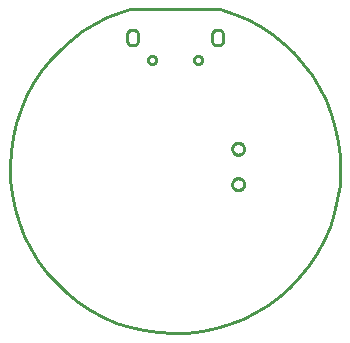
<source format=gbr>
G04 EAGLE Gerber RS-274X export*
G75*
%MOMM*%
%FSLAX34Y34*%
%LPD*%
%IN*%
%IPPOS*%
%AMOC8*
5,1,8,0,0,1.08239X$1,22.5*%
G01*
%ADD10C,0.254000*%


D10*
X-38100Y134620D02*
X-46018Y132123D01*
X-57360Y127610D01*
X-68266Y122125D01*
X-78652Y115710D01*
X-88439Y108415D01*
X-97554Y100294D01*
X-105926Y91410D01*
X-113492Y81830D01*
X-120194Y71627D01*
X-125981Y60879D01*
X-130810Y49667D01*
X-134643Y38077D01*
X-137451Y26198D01*
X-139213Y14118D01*
X-139916Y1931D01*
X-139554Y-10271D01*
X-138129Y-22395D01*
X-135654Y-34348D01*
X-132146Y-46041D01*
X-127632Y-57383D01*
X-122147Y-68288D01*
X-115733Y-78675D01*
X-108437Y-88462D01*
X-100317Y-97576D01*
X-91433Y-105948D01*
X-81853Y-113514D01*
X-71650Y-120216D01*
X-60902Y-126004D01*
X-49690Y-130832D01*
X-38100Y-134665D01*
X-26220Y-137473D01*
X-14141Y-139236D01*
X-1954Y-139938D01*
X10248Y-139576D01*
X22372Y-138152D01*
X34326Y-135676D01*
X46018Y-132169D01*
X57360Y-127655D01*
X68266Y-122170D01*
X78652Y-115755D01*
X88439Y-108460D01*
X97554Y-100339D01*
X105926Y-91455D01*
X113492Y-81875D01*
X120194Y-71672D01*
X125981Y-60924D01*
X130810Y-49712D01*
X134643Y-38123D01*
X137451Y-26243D01*
X139213Y-14163D01*
X139916Y-1976D01*
X139554Y10226D01*
X138129Y22350D01*
X135654Y34303D01*
X132146Y45996D01*
X127632Y57338D01*
X122147Y68243D01*
X115733Y78629D01*
X108437Y88417D01*
X100317Y97531D01*
X91433Y105903D01*
X81853Y113469D01*
X71650Y120171D01*
X60902Y125958D01*
X49690Y130787D01*
X38100Y134620D01*
X-38100Y134620D01*
X-40500Y107440D02*
X-40441Y107093D01*
X-40352Y106753D01*
X-40234Y106422D01*
X-40088Y106102D01*
X-39914Y105796D01*
X-39714Y105507D01*
X-39490Y105236D01*
X-39243Y104986D01*
X-38975Y104758D01*
X-38688Y104554D01*
X-38385Y104377D01*
X-38067Y104226D01*
X-37737Y104103D01*
X-37398Y104010D01*
X-37052Y103947D01*
X-36702Y103914D01*
X-36351Y103912D01*
X-36000Y103940D01*
X-35649Y103912D01*
X-35298Y103914D01*
X-34948Y103947D01*
X-34602Y104010D01*
X-34263Y104103D01*
X-33933Y104226D01*
X-33615Y104377D01*
X-33312Y104554D01*
X-33025Y104758D01*
X-32757Y104986D01*
X-32510Y105236D01*
X-32286Y105507D01*
X-32086Y105796D01*
X-31912Y106102D01*
X-31766Y106422D01*
X-31648Y106753D01*
X-31559Y107093D01*
X-31500Y107440D01*
X-31500Y113440D01*
X-31559Y113787D01*
X-31648Y114127D01*
X-31766Y114458D01*
X-31912Y114778D01*
X-32086Y115084D01*
X-32286Y115373D01*
X-32510Y115644D01*
X-32757Y115894D01*
X-33025Y116122D01*
X-33312Y116326D01*
X-33615Y116503D01*
X-33933Y116654D01*
X-34263Y116777D01*
X-34602Y116870D01*
X-34948Y116933D01*
X-35298Y116966D01*
X-35649Y116968D01*
X-36000Y116940D01*
X-36351Y116968D01*
X-36702Y116966D01*
X-37052Y116933D01*
X-37398Y116870D01*
X-37737Y116777D01*
X-38067Y116654D01*
X-38385Y116503D01*
X-38688Y116326D01*
X-38975Y116122D01*
X-39243Y115894D01*
X-39490Y115644D01*
X-39714Y115373D01*
X-39914Y115084D01*
X-40088Y114778D01*
X-40234Y114458D01*
X-40352Y114127D01*
X-40441Y113787D01*
X-40500Y113440D01*
X-40500Y107440D01*
X31500Y107440D02*
X31513Y107135D01*
X31553Y106832D01*
X31619Y106534D01*
X31711Y106243D01*
X31828Y105961D01*
X31969Y105690D01*
X32133Y105432D01*
X32319Y105190D01*
X32525Y104965D01*
X32750Y104759D01*
X32992Y104573D01*
X33250Y104409D01*
X33521Y104268D01*
X33803Y104151D01*
X34094Y104059D01*
X34392Y103993D01*
X34695Y103953D01*
X35000Y103940D01*
X37000Y103940D01*
X37305Y103953D01*
X37608Y103993D01*
X37906Y104059D01*
X38197Y104151D01*
X38479Y104268D01*
X38750Y104409D01*
X39008Y104573D01*
X39250Y104759D01*
X39475Y104965D01*
X39681Y105190D01*
X39867Y105432D01*
X40031Y105690D01*
X40172Y105961D01*
X40289Y106243D01*
X40381Y106534D01*
X40447Y106832D01*
X40487Y107135D01*
X40500Y107440D01*
X40500Y112940D01*
X40508Y113268D01*
X40486Y113595D01*
X40437Y113919D01*
X40359Y114238D01*
X40254Y114548D01*
X40123Y114849D01*
X39965Y115136D01*
X39783Y115409D01*
X39578Y115665D01*
X39352Y115902D01*
X39106Y116118D01*
X38842Y116313D01*
X38561Y116483D01*
X38268Y116628D01*
X37962Y116748D01*
X37647Y116840D01*
X37326Y116904D01*
X37000Y116940D01*
X35000Y116940D01*
X34674Y116904D01*
X34353Y116840D01*
X34038Y116748D01*
X33733Y116628D01*
X33439Y116483D01*
X33159Y116313D01*
X32894Y116118D01*
X32648Y115902D01*
X32422Y115665D01*
X32217Y115409D01*
X32035Y115136D01*
X31877Y114849D01*
X31746Y114548D01*
X31641Y114238D01*
X31563Y113919D01*
X31514Y113595D01*
X31492Y113268D01*
X31500Y112940D01*
X31500Y107440D01*
X16000Y91669D02*
X16060Y92124D01*
X16179Y92567D01*
X16354Y92991D01*
X16584Y93389D01*
X16863Y93753D01*
X17187Y94077D01*
X17551Y94356D01*
X17949Y94586D01*
X18373Y94761D01*
X18816Y94880D01*
X19271Y94940D01*
X19729Y94940D01*
X20184Y94880D01*
X20627Y94761D01*
X21051Y94586D01*
X21449Y94356D01*
X21813Y94077D01*
X22137Y93753D01*
X22416Y93389D01*
X22646Y92991D01*
X22821Y92567D01*
X22940Y92124D01*
X23000Y91669D01*
X23000Y91211D01*
X22940Y90756D01*
X22821Y90313D01*
X22646Y89889D01*
X22416Y89491D01*
X22137Y89127D01*
X21813Y88803D01*
X21449Y88524D01*
X21051Y88294D01*
X20627Y88119D01*
X20184Y88000D01*
X19729Y87940D01*
X19271Y87940D01*
X18816Y88000D01*
X18373Y88119D01*
X17949Y88294D01*
X17551Y88524D01*
X17187Y88803D01*
X16863Y89127D01*
X16584Y89491D01*
X16354Y89889D01*
X16179Y90313D01*
X16060Y90756D01*
X16000Y91211D01*
X16000Y91669D01*
X-23000Y91669D02*
X-22940Y92124D01*
X-22821Y92567D01*
X-22646Y92991D01*
X-22416Y93389D01*
X-22137Y93753D01*
X-21813Y94077D01*
X-21449Y94356D01*
X-21051Y94586D01*
X-20627Y94761D01*
X-20184Y94880D01*
X-19729Y94940D01*
X-19271Y94940D01*
X-18816Y94880D01*
X-18373Y94761D01*
X-17949Y94586D01*
X-17551Y94356D01*
X-17187Y94077D01*
X-16863Y93753D01*
X-16584Y93389D01*
X-16354Y92991D01*
X-16179Y92567D01*
X-16060Y92124D01*
X-16000Y91669D01*
X-16000Y91211D01*
X-16060Y90756D01*
X-16179Y90313D01*
X-16354Y89889D01*
X-16584Y89491D01*
X-16863Y89127D01*
X-17187Y88803D01*
X-17551Y88524D01*
X-17949Y88294D01*
X-18373Y88119D01*
X-18816Y88000D01*
X-19271Y87940D01*
X-19729Y87940D01*
X-20184Y88000D01*
X-20627Y88119D01*
X-21051Y88294D01*
X-21449Y88524D01*
X-21813Y88803D01*
X-22137Y89127D01*
X-22416Y89491D01*
X-22646Y89889D01*
X-22821Y90313D01*
X-22940Y90756D01*
X-23000Y91211D01*
X-23000Y91669D01*
X53621Y21270D02*
X54179Y21207D01*
X54726Y21082D01*
X55256Y20897D01*
X55762Y20653D01*
X56238Y20354D01*
X56677Y20004D01*
X57074Y19607D01*
X57424Y19168D01*
X57723Y18692D01*
X57967Y18186D01*
X58152Y17656D01*
X58277Y17109D01*
X58340Y16551D01*
X58340Y15989D01*
X58277Y15431D01*
X58152Y14884D01*
X57967Y14354D01*
X57723Y13848D01*
X57424Y13372D01*
X57074Y12933D01*
X56677Y12536D01*
X56238Y12186D01*
X55762Y11887D01*
X55256Y11643D01*
X54726Y11458D01*
X54179Y11333D01*
X53621Y11270D01*
X53059Y11270D01*
X52501Y11333D01*
X51954Y11458D01*
X51424Y11643D01*
X50918Y11887D01*
X50442Y12186D01*
X50003Y12536D01*
X49606Y12933D01*
X49256Y13372D01*
X48957Y13848D01*
X48713Y14354D01*
X48528Y14884D01*
X48403Y15431D01*
X48340Y15989D01*
X48340Y16551D01*
X48403Y17109D01*
X48528Y17656D01*
X48713Y18186D01*
X48957Y18692D01*
X49256Y19168D01*
X49606Y19607D01*
X50003Y20004D01*
X50442Y20354D01*
X50918Y20653D01*
X51424Y20897D01*
X51954Y21082D01*
X52501Y21207D01*
X53059Y21270D01*
X53621Y21270D01*
X53621Y-8730D02*
X54179Y-8793D01*
X54726Y-8918D01*
X55256Y-9103D01*
X55762Y-9347D01*
X56238Y-9646D01*
X56677Y-9996D01*
X57074Y-10393D01*
X57424Y-10832D01*
X57723Y-11308D01*
X57967Y-11814D01*
X58152Y-12344D01*
X58277Y-12891D01*
X58340Y-13449D01*
X58340Y-14011D01*
X58277Y-14569D01*
X58152Y-15116D01*
X57967Y-15646D01*
X57723Y-16152D01*
X57424Y-16628D01*
X57074Y-17067D01*
X56677Y-17464D01*
X56238Y-17814D01*
X55762Y-18113D01*
X55256Y-18357D01*
X54726Y-18542D01*
X54179Y-18667D01*
X53621Y-18730D01*
X53059Y-18730D01*
X52501Y-18667D01*
X51954Y-18542D01*
X51424Y-18357D01*
X50918Y-18113D01*
X50442Y-17814D01*
X50003Y-17464D01*
X49606Y-17067D01*
X49256Y-16628D01*
X48957Y-16152D01*
X48713Y-15646D01*
X48528Y-15116D01*
X48403Y-14569D01*
X48340Y-14011D01*
X48340Y-13449D01*
X48403Y-12891D01*
X48528Y-12344D01*
X48713Y-11814D01*
X48957Y-11308D01*
X49256Y-10832D01*
X49606Y-10393D01*
X50003Y-9996D01*
X50442Y-9646D01*
X50918Y-9347D01*
X51424Y-9103D01*
X51954Y-8918D01*
X52501Y-8793D01*
X53059Y-8730D01*
X53621Y-8730D01*
M02*

</source>
